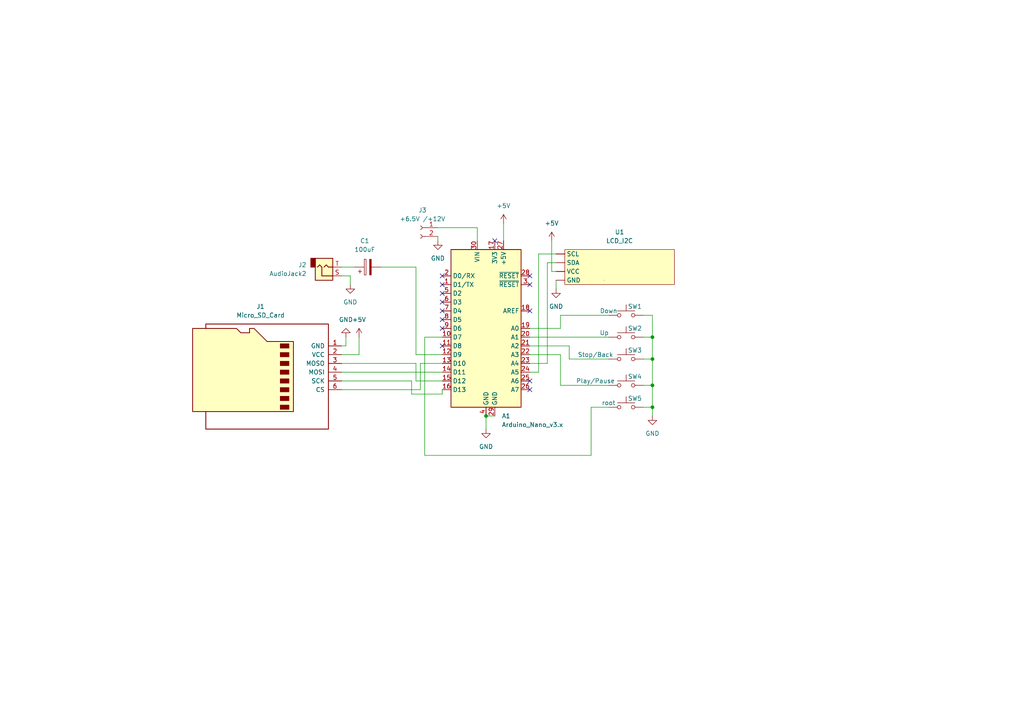
<source format=kicad_sch>
(kicad_sch (version 20211123) (generator eeschema)
  (paper "A4")
  (title_block (title "MaxDuino / TZXDuino LCD 20x4") (date "2024-01-10") (rev "1.1") (company "C.Gascón"))
  (lib_symbols
    (symbol "Connector:AudioJack2"
      (property "Reference" "J" (at 0 8.89 0))
      (property "Value" "AudioJack2" (at 0 6.35 0))
      (symbol "AudioJack2_0_1"
        (rectangle (start -3.81 0) (end -2.54 -2.54) (stroke (width 0.254)) (fill (type outline)))
        (rectangle (start -2.54 3.81) (end 2.54 -2.54) (stroke (width 0.254)) (fill (type background)))
        (polyline (pts (xy 0 0) (xy 0.635 -0.635) (xy 1.27 0) (xy 2.54 0)) (stroke (width 0.254)))
        (polyline (pts (xy 2.54 2.54) (xy -0.635 2.54) (xy -0.635 0) (xy -1.27 -0.635) (xy -1.905 0)) (stroke (width 0.254)))
      )
      (symbol "AudioJack2_1_1"
        (pin passive line (at 5.08 2.54 180) (length 2.54) (name "~") (number "S"))
        (pin passive line (at 5.08 0 180) (length 2.54) (name "~") (number "T"))
      )
    )
    (symbol "Connector:Conn_01x02_Female" (pin_names (offset 1.016) hide)
      (property "Reference" "J" (at 0 2.54 0))
      (property "Value" "Conn_01x02_Female" (at 0 -5.08 0))
      (symbol "Conn_01x02_Female_1_1"
        (arc (start 0 -2.032) (mid -0.508 -2.54) (end 0 -3.048) (stroke (width 0.1524)))
        (polyline (pts (xy -1.27 -2.54) (xy -0.508 -2.54)) (stroke (width 0.1524)))
        (polyline (pts (xy -1.27 0) (xy -0.508 0)) (stroke (width 0.1524)))
        (arc (start 0 0.508) (mid -0.508 0) (end 0 -0.508) (stroke (width 0.1524)))
        (pin passive line (at -5.08 0 0) (length 3.81) (name "Pin_1") (number "1"))
        (pin passive line (at -5.08 -2.54 0) (length 3.81) (name "Pin_2") (number "2"))
      )
    )
    (symbol "Device:C_Polarized" (pin_numbers hide) (pin_names (offset 0.254))
      (property "Reference" "C" (at 0.635 2.54 0))
      (property "Value" "C_Polarized" (at 0.635 -2.54 0))
      (symbol "C_Polarized_0_1"
        (rectangle (start -2.286 0.508) (end 2.286 1.016))
        (polyline (pts (xy -1.778 2.286) (xy -0.762 2.286)))
        (polyline (pts (xy -1.27 2.794) (xy -1.27 1.778)))
        (rectangle (start 2.286 -0.508) (end -2.286 -1.016) (fill (type outline)))
      )
      (symbol "C_Polarized_1_1"
        (pin passive line (at 0 3.81 270) (length 2.794) (name "~") (number "1"))
        (pin passive line (at 0 -3.81 90) (length 2.794) (name "~") (number "2"))
      )
    )
    (symbol "MCU_Module:Arduino_Nano_v3.x"
      (property "Reference" "A" (at -10.16 23.495 0))
      (property "Value" "Arduino_Nano_v3.x" (at 5.08 -24.13 0))
      (symbol "Arduino_Nano_v3.x_0_1"
        (rectangle (start -10.16 22.86) (end 10.16 -22.86) (stroke (width 0.254)) (fill (type background)))
      )
      (symbol "Arduino_Nano_v3.x_1_1"
        (pin bidirectional line (at -12.7 12.7 0) (length 2.54) (name "D1/TX") (number "1"))
        (pin bidirectional line (at -12.7 -2.54 0) (length 2.54) (name "D7") (number "10"))
        (pin bidirectional line (at -12.7 -5.08 0) (length 2.54) (name "D8") (number "11"))
        (pin bidirectional line (at -12.7 -7.62 0) (length 2.54) (name "D9") (number "12"))
        (pin bidirectional line (at -12.7 -10.16 0) (length 2.54) (name "D10") (number "13"))
        (pin bidirectional line (at -12.7 -12.7 0) (length 2.54) (name "D11") (number "14"))
        (pin bidirectional line (at -12.7 -15.24 0) (length 2.54) (name "D12") (number "15"))
        (pin bidirectional line (at -12.7 -17.78 0) (length 2.54) (name "D13") (number "16"))
        (pin power_out line (at 2.54 25.4 270) (length 2.54) (name "3V3") (number "17"))
        (pin input line (at 12.7 5.08 180) (length 2.54) (name "AREF") (number "18"))
        (pin bidirectional line (at 12.7 0 180) (length 2.54) (name "A0") (number "19"))
        (pin bidirectional line (at -12.7 15.24 0) (length 2.54) (name "D0/RX") (number "2"))
        (pin bidirectional line (at 12.7 -2.54 180) (length 2.54) (name "A1") (number "20"))
        (pin bidirectional line (at 12.7 -5.08 180) (length 2.54) (name "A2") (number "21"))
        (pin bidirectional line (at 12.7 -7.62 180) (length 2.54) (name "A3") (number "22"))
        (pin bidirectional line (at 12.7 -10.16 180) (length 2.54) (name "A4") (number "23"))
        (pin bidirectional line (at 12.7 -12.7 180) (length 2.54) (name "A5") (number "24"))
        (pin bidirectional line (at 12.7 -15.24 180) (length 2.54) (name "A6") (number "25"))
        (pin bidirectional line (at 12.7 -17.78 180) (length 2.54) (name "A7") (number "26"))
        (pin power_out line (at 5.08 25.4 270) (length 2.54) (name "+5V") (number "27"))
        (pin input line (at 12.7 15.24 180) (length 2.54) (name "~{RESET}") (number "28"))
        (pin power_in line (at 2.54 -25.4 90) (length 2.54) (name "GND") (number "29"))
        (pin input line (at 12.7 12.7 180) (length 2.54) (name "~{RESET}") (number "3"))
        (pin power_in line (at -2.54 25.4 270) (length 2.54) (name "VIN") (number "30"))
        (pin power_in line (at 0 -25.4 90) (length 2.54) (name "GND") (number "4"))
        (pin bidirectional line (at -12.7 10.16 0) (length 2.54) (name "D2") (number "5"))
        (pin bidirectional line (at -12.7 7.62 0) (length 2.54) (name "D3") (number "6"))
        (pin bidirectional line (at -12.7 5.08 0) (length 2.54) (name "D4") (number "7"))
        (pin bidirectional line (at -12.7 2.54 0) (length 2.54) (name "D5") (number "8"))
        (pin bidirectional line (at -12.7 0 0) (length 2.54) (name "D6") (number "9"))
      )
    )
    (symbol "Personal:LCD_I2C"
      (property "Reference" "U" (at 0 0 0))
      (property "Value" "LCD_I2C" (at 0 0 0))
      (symbol "LCD_I2C_0_1"
        (rectangle (start -15.24 5.08) (end 16.51 -5.08) (fill (type background)))
        (rectangle (start 5.08 3.81) (end 5.08 3.81))
      )
      (symbol "LCD_I2C_1_1"
        (pin power_in line (at 19.05 3.81 180) (length 2.54) (name "GND") (number ""))
        (pin bidirectional line (at 19.05 -3.81 180) (length 2.54) (name "SCL") (number ""))
        (pin bidirectional line (at 19.05 -1.27 180) (length 2.54) (name "SDA") (number ""))
        (pin power_in line (at 19.05 1.27 180) (length 2.54) (name "VCC") (number ""))
      )
    )
    (symbol "Personal:Micro_SD_Card" (pin_names (offset 1.016))
      (property "Reference" "J" (at -16.51 15.24 0))
      (property "Value" "Micro_SD_Card" (at 16.51 15.24 0))
      (symbol "Micro_SD_Card_0_1"
        (rectangle (start -7.62 -9.525) (end -5.08 -10.795) (fill (type outline)))
        (rectangle (start -7.62 -6.985) (end -5.08 -8.255) (fill (type outline)))
        (rectangle (start -7.62 -4.445) (end -5.08 -5.715) (fill (type outline)))
        (rectangle (start -7.62 -1.905) (end -5.08 -3.175) (fill (type outline)))
        (rectangle (start -7.62 0.635) (end -5.08 -0.635) (fill (type outline)))
        (rectangle (start -7.62 3.175) (end -5.08 1.905) (fill (type outline)))
        (rectangle (start -7.62 5.715) (end -5.08 4.445) (fill (type outline)))
        (rectangle (start -7.62 8.255) (end -5.08 6.985) (fill (type outline)))
        (polyline (pts (xy 16.51 12.7) (xy 16.51 13.97) (xy -19.05 13.97) (xy -19.05 -16.51) (xy 16.51 -16.51) (xy 16.51 -11.43)) (stroke (width 0.254)))
        (polyline (pts (xy -8.89 -11.43) (xy -8.89 8.89) (xy -1.27 8.89) (xy 2.54 12.7) (xy 3.81 12.7) (xy 3.81 11.43) (xy 6.35 11.43) (xy 7.62 12.7) (xy 20.32 12.7) (xy 20.32 -11.43) (xy -8.89 -11.43)) (stroke (width 0.254)) (fill (type background)))
      )
      (symbol "Micro_SD_Card_1_1"
        (pin power_in line (at -22.86 7.62 0) (length 3.81) (name "GND") (number "1"))
        (pin power_in line (at -22.86 5.08 0) (length 3.81) (name "VCC") (number "2"))
        (pin output line (at -22.86 2.54 0) (length 3.81) (name "MOSO") (number "3"))
        (pin input line (at -22.86 0 0) (length 3.81) (name "MOSI") (number "4"))
        (pin bidirectional line (at -22.86 -2.54 0) (length 3.81) (name "SCK") (number "5"))
        (pin input line (at -22.86 -5.08 0) (length 3.81) (name "CS") (number "6"))
      )
    )
    (symbol "Switch:SW_Push" (pin_numbers hide) (pin_names (offset 1.016) hide)
      (property "Reference" "SW" (at 1.27 2.54 0))
      (property "Value" "SW_Push" (at 0 -1.524 0))
      (symbol "SW_Push_0_1"
        (circle (center -2.032 0) (radius 0.508))
        (polyline (pts (xy 0 1.27) (xy 0 3.048)))
        (polyline (pts (xy 2.54 1.27) (xy -2.54 1.27)))
        (circle (center 2.032 0) (radius 0.508))
        (pin passive line (at -5.08 0 0) (length 2.54) (name "1") (number "1"))
        (pin passive line (at 5.08 0 180) (length 2.54) (name "2") (number "2"))
      )
    )
    (symbol "power:+5V" (power) (pin_names (offset 0))
      (property "Value" "+5V" (at 0 3.556 0))
      (symbol "+5V_0_1"
        (polyline (pts (xy -0.762 1.27) (xy 0 2.54)))
        (polyline (pts (xy 0 0) (xy 0 2.54)))
        (polyline (pts (xy 0 2.54) (xy 0.762 1.27)))
      )
      (symbol "+5V_1_1"
        (pin power_in line (at 0 0 90) (length 0) hide (name "+5V") (number "1"))
      )
    )
    (symbol "power:GND" (power) (pin_names (offset 0))
      (property "Value" "GND" (at 0 -3.81 0))
      (symbol "GND_0_1"
        (polyline (pts (xy 0 0) (xy 0 -1.27) (xy 1.27 -1.27) (xy 0 -2.54) (xy -1.27 -1.27) (xy 0 -1.27)))
      )
      (symbol "GND_1_1"
        (pin power_in line (at 0 0 270) (length 0) hide (name "GND") (number "1"))
      )
    )
  )
  (junction (at 189.23 104.14))
  (junction (at 189.23 111.76))
  (junction (at 140.97 120.65))
  (junction (at 189.23 118.11))
  (junction (at 189.23 97.79))
  (no_connect (at 153.67 90.17))
  (no_connect (at 128.27 82.55))
  (no_connect (at 128.27 87.63))
  (no_connect (at 143.51 69.85))
  (no_connect (at 128.27 85.09))
  (no_connect (at 153.67 80.01))
  (no_connect (at 153.67 110.49))
  (no_connect (at 128.27 100.33))
  (no_connect (at 128.27 92.71))
  (no_connect (at 128.27 90.17))
  (no_connect (at 128.27 95.25))
  (no_connect (at 153.67 82.55))
  (no_connect (at 128.27 80.01))
  (no_connect (at 153.67 113.03))
  (wire (pts (xy 161.29 76.2) (xy 158.75 76.2)))
  (wire (pts (xy 165.1 100.33) (xy 165.1 104.14)))
  (wire (pts (xy 189.23 118.11) (xy 186.69 118.11)))
  (wire (pts (xy 153.67 95.25) (xy 162.56 95.25)))
  (wire (pts (xy 171.45 118.11) (xy 171.45 132.08)))
  (wire (pts (xy 186.69 104.14) (xy 189.23 104.14)))
  (wire (pts (xy 189.23 111.76) (xy 189.23 118.11)))
  (wire (pts (xy 140.97 120.65) (xy 143.51 120.65)))
  (wire (pts (xy 165.1 104.14) (xy 176.53 104.14)))
  (wire (pts (xy 189.23 104.14) (xy 189.23 111.76)))
  (wire (pts (xy 153.67 102.87) (xy 162.56 102.87)))
  (wire (pts (xy 138.43 66.04) (xy 138.43 69.85)))
  (wire (pts (xy 160.02 69.85) (xy 160.02 78.74)))
  (wire (pts (xy 100.33 97.79) (xy 100.33 100.33)))
  (wire (pts (xy 158.75 76.2) (xy 158.75 105.41)))
  (wire (pts (xy 119.38 110.49) (xy 119.38 114.3)))
  (wire (pts (xy 158.75 105.41) (xy 153.67 105.41)))
  (wire (pts (xy 127 68.58) (xy 127 69.85)))
  (wire (pts (xy 162.56 91.44) (xy 176.53 91.44)))
  (wire (pts (xy 104.14 97.79) (xy 104.14 102.87)))
  (wire (pts (xy 128.27 113.03) (xy 128.27 114.3)))
  (wire (pts (xy 99.06 80.01) (xy 101.6 80.01)))
  (wire (pts (xy 123.19 97.79) (xy 123.19 132.08)))
  (wire (pts (xy 161.29 81.28) (xy 161.29 83.82)))
  (wire (pts (xy 156.21 73.66) (xy 161.29 73.66)))
  (wire (pts (xy 127 66.04) (xy 138.43 66.04)))
  (wire (pts (xy 119.38 114.3) (xy 128.27 114.3)))
  (wire (pts (xy 120.65 102.87) (xy 120.65 77.47)))
  (wire (pts (xy 171.45 118.11) (xy 176.53 118.11)))
  (wire (pts (xy 186.69 111.76) (xy 189.23 111.76)))
  (wire (pts (xy 99.06 77.47) (xy 102.87 77.47)))
  (wire (pts (xy 99.06 105.41) (xy 120.65 105.41)))
  (wire (pts (xy 110.49 77.47) (xy 120.65 77.47)))
  (wire (pts (xy 99.06 113.03) (xy 121.92 113.03)))
  (wire (pts (xy 162.56 102.87) (xy 162.56 111.76)))
  (wire (pts (xy 189.23 120.65) (xy 189.23 118.11)))
  (wire (pts (xy 162.56 95.25) (xy 162.56 91.44)))
  (wire (pts (xy 100.33 100.33) (xy 99.06 100.33)))
  (wire (pts (xy 189.23 91.44) (xy 189.23 97.79)))
  (wire (pts (xy 153.67 107.95) (xy 156.21 107.95)))
  (wire (pts (xy 189.23 97.79) (xy 189.23 104.14)))
  (wire (pts (xy 153.67 97.79) (xy 176.53 97.79)))
  (wire (pts (xy 140.97 120.65) (xy 140.97 124.46)))
  (wire (pts (xy 156.21 107.95) (xy 156.21 73.66)))
  (wire (pts (xy 146.05 64.77) (xy 146.05 69.85)))
  (wire (pts (xy 186.69 97.79) (xy 189.23 97.79)))
  (wire (pts (xy 104.14 102.87) (xy 99.06 102.87)))
  (wire (pts (xy 128.27 110.49) (xy 120.65 110.49)))
  (wire (pts (xy 121.92 113.03) (xy 121.92 105.41)))
  (wire (pts (xy 162.56 111.76) (xy 176.53 111.76)))
  (wire (pts (xy 123.19 132.08) (xy 171.45 132.08)))
  (wire (pts (xy 101.6 80.01) (xy 101.6 82.55)))
  (wire (pts (xy 120.65 102.87) (xy 128.27 102.87)))
  (wire (pts (xy 120.65 110.49) (xy 120.65 105.41)))
  (wire (pts (xy 99.06 107.95) (xy 128.27 107.95)))
  (wire (pts (xy 161.29 78.74) (xy 160.02 78.74)))
  (wire (pts (xy 121.92 105.41) (xy 128.27 105.41)))
  (wire (pts (xy 99.06 110.49) (xy 119.38 110.49)))
  (wire (pts (xy 128.27 97.79) (xy 123.19 97.79)))
  (wire (pts (xy 153.67 100.33) (xy 165.1 100.33)))
  (wire (pts (xy 186.69 91.44) (xy 189.23 91.44)))
  (symbol (lib_id "Connector:Conn_01x02_Female") (at 121.92 66.04 0) (mirror y) (unit 1)
    (property "Reference" "J3" (at 122.555 60.96 0))
    (property "Value" "+6.5V /+12V" (at 122.555 63.5 0))
  )
  (symbol (lib_id "power:GND") (at 189.23 120.65 0) (unit 1)
    (property "Reference" "#PWR08" (effects hide))
    (property "Value" "GND" (at 189.23 125.73 0))
  )
  (symbol (lib_id "Switch:SW_Push") (at 181.61 118.11 0) (unit 1)
    (property "Reference" "SW5" (at 184.15 115.57 0))
    (property "Value" "root" (at 176.53 116.84 0))
  )
  (symbol (lib_id "Switch:SW_Push") (at 181.61 104.14 0) (unit 1)
    (property "Reference" "SW3" (at 184.15 101.6 0))
    (property "Value" "Stop/Back" (at 172.72 102.87 0))
  )
  (symbol (lib_id "power:+5V") (at 160.02 69.85 0) (unit 1)
    (property "Reference" "#PWR06" (effects hide))
    (property "Value" "+5V" (at 160.02 64.77 0))
  )
  (symbol (lib_id "power:GND") (at 101.6 82.55 0) (unit 1)
    (property "Reference" "#PWR03" (effects hide))
    (property "Value" "GND" (at 101.6 87.63 0))
  )
  (symbol (lib_id "Personal:LCD_I2C") (at 180.34 77.47 180) (unit 1)
    (property "Reference" "U1" (at 179.705 67.31 0))
    (property "Value" "LCD_I2C" (at 179.705 69.85 0))
  )
  (symbol (lib_id "power:+5V") (at 104.14 97.79 0) (unit 1)
    (property "Reference" "#PWR02" (effects hide))
    (property "Value" "+5V" (at 104.14 92.71 0))
  )
  (symbol (lib_id "Switch:SW_Push") (at 181.61 111.76 0) (unit 1)
    (property "Reference" "SW4" (at 184.15 109.22 0))
    (property "Value" "Play/Pause" (at 172.72 110.49 0))
  )
  (symbol (lib_id "MCU_Module:Arduino_Nano_v3.x") (at 140.97 95.25 0) (unit 1)
    (property "Reference" "A1" (at 145.5294 120.65 0) (effects (justify left)))
    (property "Value" "Arduino_Nano_v3.x" (at 145.5294 123.19 0) (effects (justify left)))
    (property "Footprint" "Module:Arduino_Nano" (effects hide))
    (property "Datasheet" "http://www.mouser.com/pdfdocs/Gravitech_Arduino_Nano3_0.pdf" (effects hide))
  )
  (symbol (lib_id "power:GND") (at 161.29 83.82 0) (unit 1)
    (property "Reference" "#PWR07" (effects hide))
    (property "Value" "GND" (at 161.29 88.9 0))
  )
  (symbol (lib_id "power:GND") (at 140.97 124.46 0) (unit 1)
    (property "Reference" "#PWR04" (effects hide))
    (property "Value" "GND" (at 140.97 129.54 0))
  )
  (symbol (lib_id "Switch:SW_Push") (at 181.61 91.44 0) (unit 1)
    (property "Reference" "SW1" (at 184.15 88.9 0))
    (property "Value" "Down" (at 176.53 90.17 0))
  )
  (symbol (lib_id "power:GND") (at 127 69.85 0) (unit 1)
    (property "Reference" "#PWR09" (effects hide))
    (property "Value" "GND" (at 127 74.93 0))
  )
  (symbol (lib_id "Device:C_Polarized") (at 106.68 77.47 90) (unit 1)
    (property "Reference" "C1" (at 105.791 69.85 90))
    (property "Value" "100uF" (at 105.791 72.39 90))
  )
  (symbol (lib_id "Connector:AudioJack2") (at 93.98 77.47 0) (mirror x) (unit 1)
    (property "Reference" "J2" (at 88.9 76.8349 0) (effects (justify right)))
    (property "Value" "AudioJack2" (at 88.9 79.3749 0) (effects (justify right)))
  )
  (symbol (lib_id "Switch:SW_Push") (at 181.61 97.79 0) (unit 1)
    (property "Reference" "SW2" (at 184.15 95.25 0))
    (property "Value" "Up" (at 175.26 96.52 0))
  )
  (symbol (lib_id "power:GND") (at 100.33 97.79 180) (unit 1)
    (property "Reference" "#PWR01" (effects hide))
    (property "Value" "GND" (at 100.33 92.71 0))
  )
  (symbol (lib_id "power:+5V") (at 146.05 64.77 0) (unit 1)
    (property "Reference" "#PWR05" (effects hide))
    (property "Value" "+5V" (at 146.05 59.69 0))
  )
  (symbol (lib_id "Personal:Micro_SD_Card") (at 76.2 107.95 0) (mirror y) (unit 1)
    (property "Reference" "J1" (at 75.565 88.9 0))
    (property "Value" "Micro_SD_Card" (at 75.565 91.44 0))
    (property "Datasheet" "http://katalog.we-online.de/em/datasheet/693072010801.pdf" (effects hide))
  )
)
</source>
